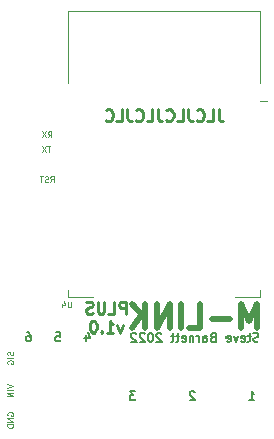
<source format=gbr>
%TF.GenerationSoftware,KiCad,Pcbnew,(6.0.8)*%
%TF.CreationDate,2022-11-21T19:10:27+00:00*%
%TF.ProjectId,m-link-plus,6d2d6c69-6e6b-42d7-906c-75732e6b6963,rev?*%
%TF.SameCoordinates,Original*%
%TF.FileFunction,Legend,Bot*%
%TF.FilePolarity,Positive*%
%FSLAX46Y46*%
G04 Gerber Fmt 4.6, Leading zero omitted, Abs format (unit mm)*
G04 Created by KiCad (PCBNEW (6.0.8)) date 2022-11-21 19:10:27*
%MOMM*%
%LPD*%
G01*
G04 APERTURE LIST*
%ADD10C,0.125000*%
%ADD11C,0.250000*%
%ADD12C,0.187500*%
%ADD13C,0.500000*%
%ADD14C,0.120000*%
G04 APERTURE END LIST*
D10*
X82880952Y-74026190D02*
X82595238Y-74026190D01*
X82738095Y-74526190D02*
X82738095Y-74026190D01*
X82476190Y-74026190D02*
X82142857Y-74526190D01*
X82142857Y-74026190D02*
X82476190Y-74526190D01*
X79250000Y-96869047D02*
X79226190Y-96821428D01*
X79226190Y-96750000D01*
X79250000Y-96678571D01*
X79297619Y-96630952D01*
X79345238Y-96607142D01*
X79440476Y-96583333D01*
X79511904Y-96583333D01*
X79607142Y-96607142D01*
X79654761Y-96630952D01*
X79702380Y-96678571D01*
X79726190Y-96750000D01*
X79726190Y-96797619D01*
X79702380Y-96869047D01*
X79678571Y-96892857D01*
X79511904Y-96892857D01*
X79511904Y-96797619D01*
X79726190Y-97107142D02*
X79226190Y-97107142D01*
X79726190Y-97392857D01*
X79226190Y-97392857D01*
X79726190Y-97630952D02*
X79226190Y-97630952D01*
X79226190Y-97750000D01*
X79250000Y-97821428D01*
X79297619Y-97869047D01*
X79345238Y-97892857D01*
X79440476Y-97916666D01*
X79511904Y-97916666D01*
X79607142Y-97892857D01*
X79654761Y-97869047D01*
X79702380Y-97821428D01*
X79726190Y-97750000D01*
X79726190Y-97630952D01*
D11*
X97119047Y-70952380D02*
X97119047Y-71666666D01*
X97166666Y-71809523D01*
X97261904Y-71904761D01*
X97404761Y-71952380D01*
X97500000Y-71952380D01*
X96166666Y-71952380D02*
X96642857Y-71952380D01*
X96642857Y-70952380D01*
X95261904Y-71857142D02*
X95309523Y-71904761D01*
X95452380Y-71952380D01*
X95547619Y-71952380D01*
X95690476Y-71904761D01*
X95785714Y-71809523D01*
X95833333Y-71714285D01*
X95880952Y-71523809D01*
X95880952Y-71380952D01*
X95833333Y-71190476D01*
X95785714Y-71095238D01*
X95690476Y-71000000D01*
X95547619Y-70952380D01*
X95452380Y-70952380D01*
X95309523Y-71000000D01*
X95261904Y-71047619D01*
X94547619Y-70952380D02*
X94547619Y-71666666D01*
X94595238Y-71809523D01*
X94690476Y-71904761D01*
X94833333Y-71952380D01*
X94928571Y-71952380D01*
X93595238Y-71952380D02*
X94071428Y-71952380D01*
X94071428Y-70952380D01*
X92690476Y-71857142D02*
X92738095Y-71904761D01*
X92880952Y-71952380D01*
X92976190Y-71952380D01*
X93119047Y-71904761D01*
X93214285Y-71809523D01*
X93261904Y-71714285D01*
X93309523Y-71523809D01*
X93309523Y-71380952D01*
X93261904Y-71190476D01*
X93214285Y-71095238D01*
X93119047Y-71000000D01*
X92976190Y-70952380D01*
X92880952Y-70952380D01*
X92738095Y-71000000D01*
X92690476Y-71047619D01*
X91976190Y-70952380D02*
X91976190Y-71666666D01*
X92023809Y-71809523D01*
X92119047Y-71904761D01*
X92261904Y-71952380D01*
X92357142Y-71952380D01*
X91023809Y-71952380D02*
X91500000Y-71952380D01*
X91500000Y-70952380D01*
X90119047Y-71857142D02*
X90166666Y-71904761D01*
X90309523Y-71952380D01*
X90404761Y-71952380D01*
X90547619Y-71904761D01*
X90642857Y-71809523D01*
X90690476Y-71714285D01*
X90738095Y-71523809D01*
X90738095Y-71380952D01*
X90690476Y-71190476D01*
X90642857Y-71095238D01*
X90547619Y-71000000D01*
X90404761Y-70952380D01*
X90309523Y-70952380D01*
X90166666Y-71000000D01*
X90119047Y-71047619D01*
X89404761Y-70952380D02*
X89404761Y-71666666D01*
X89452380Y-71809523D01*
X89547619Y-71904761D01*
X89690476Y-71952380D01*
X89785714Y-71952380D01*
X88452380Y-71952380D02*
X88928571Y-71952380D01*
X88928571Y-70952380D01*
X87547619Y-71857142D02*
X87595238Y-71904761D01*
X87738095Y-71952380D01*
X87833333Y-71952380D01*
X87976190Y-71904761D01*
X88071428Y-71809523D01*
X88119047Y-71714285D01*
X88166666Y-71523809D01*
X88166666Y-71380952D01*
X88119047Y-71190476D01*
X88071428Y-71095238D01*
X87976190Y-71000000D01*
X87833333Y-70952380D01*
X87738095Y-70952380D01*
X87595238Y-71000000D01*
X87547619Y-71047619D01*
D10*
X82683333Y-73326190D02*
X82850000Y-73088095D01*
X82969047Y-73326190D02*
X82969047Y-72826190D01*
X82778571Y-72826190D01*
X82730952Y-72850000D01*
X82707142Y-72873809D01*
X82683333Y-72921428D01*
X82683333Y-72992857D01*
X82707142Y-73040476D01*
X82730952Y-73064285D01*
X82778571Y-73088095D01*
X82969047Y-73088095D01*
X82516666Y-72826190D02*
X82183333Y-73326190D01*
X82183333Y-72826190D02*
X82516666Y-73326190D01*
D12*
X90045000Y-94839285D02*
X89580714Y-94839285D01*
X89830714Y-95125000D01*
X89723571Y-95125000D01*
X89652142Y-95160714D01*
X89616428Y-95196428D01*
X89580714Y-95267857D01*
X89580714Y-95446428D01*
X89616428Y-95517857D01*
X89652142Y-95553571D01*
X89723571Y-95589285D01*
X89937857Y-95589285D01*
X90009285Y-95553571D01*
X90045000Y-95517857D01*
D13*
X100338095Y-89454761D02*
X100338095Y-87454761D01*
X99671428Y-88883333D01*
X99004761Y-87454761D01*
X99004761Y-89454761D01*
X98052380Y-88692857D02*
X96528571Y-88692857D01*
X94623809Y-89454761D02*
X95576190Y-89454761D01*
X95576190Y-87454761D01*
X93957142Y-89454761D02*
X93957142Y-87454761D01*
X93004761Y-89454761D02*
X93004761Y-87454761D01*
X91861904Y-89454761D01*
X91861904Y-87454761D01*
X90909523Y-89454761D02*
X90909523Y-87454761D01*
X89766666Y-89454761D02*
X90623809Y-88311904D01*
X89766666Y-87454761D02*
X90909523Y-88597619D01*
D12*
X80857142Y-89839285D02*
X81000000Y-89839285D01*
X81071428Y-89875000D01*
X81107142Y-89910714D01*
X81178571Y-90017857D01*
X81214285Y-90160714D01*
X81214285Y-90446428D01*
X81178571Y-90517857D01*
X81142857Y-90553571D01*
X81071428Y-90589285D01*
X80928571Y-90589285D01*
X80857142Y-90553571D01*
X80821428Y-90517857D01*
X80785714Y-90446428D01*
X80785714Y-90267857D01*
X80821428Y-90196428D01*
X80857142Y-90160714D01*
X80928571Y-90125000D01*
X81071428Y-90125000D01*
X81142857Y-90160714D01*
X81178571Y-90196428D01*
X81214285Y-90267857D01*
X95089285Y-94910714D02*
X95053571Y-94875000D01*
X94982142Y-94839285D01*
X94803571Y-94839285D01*
X94732142Y-94875000D01*
X94696428Y-94910714D01*
X94660714Y-94982142D01*
X94660714Y-95053571D01*
X94696428Y-95160714D01*
X95125000Y-95589285D01*
X94660714Y-95589285D01*
X99715714Y-95589285D02*
X100144285Y-95589285D01*
X99930000Y-95589285D02*
X99930000Y-94839285D01*
X100001428Y-94946428D01*
X100072857Y-95017857D01*
X100144285Y-95053571D01*
D11*
X89266666Y-88247380D02*
X89266666Y-87247380D01*
X88885714Y-87247380D01*
X88790476Y-87295000D01*
X88742857Y-87342619D01*
X88695238Y-87437857D01*
X88695238Y-87580714D01*
X88742857Y-87675952D01*
X88790476Y-87723571D01*
X88885714Y-87771190D01*
X89266666Y-87771190D01*
X87790476Y-88247380D02*
X88266666Y-88247380D01*
X88266666Y-87247380D01*
X87457142Y-87247380D02*
X87457142Y-88056904D01*
X87409523Y-88152142D01*
X87361904Y-88199761D01*
X87266666Y-88247380D01*
X87076190Y-88247380D01*
X86980952Y-88199761D01*
X86933333Y-88152142D01*
X86885714Y-88056904D01*
X86885714Y-87247380D01*
X86457142Y-88199761D02*
X86314285Y-88247380D01*
X86076190Y-88247380D01*
X85980952Y-88199761D01*
X85933333Y-88152142D01*
X85885714Y-88056904D01*
X85885714Y-87961666D01*
X85933333Y-87866428D01*
X85980952Y-87818809D01*
X86076190Y-87771190D01*
X86266666Y-87723571D01*
X86361904Y-87675952D01*
X86409523Y-87628333D01*
X86457142Y-87533095D01*
X86457142Y-87437857D01*
X86409523Y-87342619D01*
X86361904Y-87295000D01*
X86266666Y-87247380D01*
X86028571Y-87247380D01*
X85885714Y-87295000D01*
X89028571Y-89190714D02*
X88790476Y-89857380D01*
X88552380Y-89190714D01*
X87647619Y-89857380D02*
X88219047Y-89857380D01*
X87933333Y-89857380D02*
X87933333Y-88857380D01*
X88028571Y-89000238D01*
X88123809Y-89095476D01*
X88219047Y-89143095D01*
X87219047Y-89762142D02*
X87171428Y-89809761D01*
X87219047Y-89857380D01*
X87266666Y-89809761D01*
X87219047Y-89762142D01*
X87219047Y-89857380D01*
X86552380Y-88857380D02*
X86457142Y-88857380D01*
X86361904Y-88905000D01*
X86314285Y-88952619D01*
X86266666Y-89047857D01*
X86219047Y-89238333D01*
X86219047Y-89476428D01*
X86266666Y-89666904D01*
X86314285Y-89762142D01*
X86361904Y-89809761D01*
X86457142Y-89857380D01*
X86552380Y-89857380D01*
X86647619Y-89809761D01*
X86695238Y-89762142D01*
X86742857Y-89666904D01*
X86790476Y-89476428D01*
X86790476Y-89238333D01*
X86742857Y-89047857D01*
X86695238Y-88952619D01*
X86647619Y-88905000D01*
X86552380Y-88857380D01*
D12*
X100492857Y-90603571D02*
X100385714Y-90639285D01*
X100207142Y-90639285D01*
X100135714Y-90603571D01*
X100100000Y-90567857D01*
X100064285Y-90496428D01*
X100064285Y-90425000D01*
X100100000Y-90353571D01*
X100135714Y-90317857D01*
X100207142Y-90282142D01*
X100350000Y-90246428D01*
X100421428Y-90210714D01*
X100457142Y-90175000D01*
X100492857Y-90103571D01*
X100492857Y-90032142D01*
X100457142Y-89960714D01*
X100421428Y-89925000D01*
X100350000Y-89889285D01*
X100171428Y-89889285D01*
X100064285Y-89925000D01*
X99850000Y-90139285D02*
X99564285Y-90139285D01*
X99742857Y-89889285D02*
X99742857Y-90532142D01*
X99707142Y-90603571D01*
X99635714Y-90639285D01*
X99564285Y-90639285D01*
X99028571Y-90603571D02*
X99100000Y-90639285D01*
X99242857Y-90639285D01*
X99314285Y-90603571D01*
X99350000Y-90532142D01*
X99350000Y-90246428D01*
X99314285Y-90175000D01*
X99242857Y-90139285D01*
X99100000Y-90139285D01*
X99028571Y-90175000D01*
X98992857Y-90246428D01*
X98992857Y-90317857D01*
X99350000Y-90389285D01*
X98742857Y-90139285D02*
X98564285Y-90639285D01*
X98385714Y-90139285D01*
X97814285Y-90603571D02*
X97885714Y-90639285D01*
X98028571Y-90639285D01*
X98100000Y-90603571D01*
X98135714Y-90532142D01*
X98135714Y-90246428D01*
X98100000Y-90175000D01*
X98028571Y-90139285D01*
X97885714Y-90139285D01*
X97814285Y-90175000D01*
X97778571Y-90246428D01*
X97778571Y-90317857D01*
X98135714Y-90389285D01*
X96635714Y-90246428D02*
X96528571Y-90282142D01*
X96492857Y-90317857D01*
X96457142Y-90389285D01*
X96457142Y-90496428D01*
X96492857Y-90567857D01*
X96528571Y-90603571D01*
X96600000Y-90639285D01*
X96885714Y-90639285D01*
X96885714Y-89889285D01*
X96635714Y-89889285D01*
X96564285Y-89925000D01*
X96528571Y-89960714D01*
X96492857Y-90032142D01*
X96492857Y-90103571D01*
X96528571Y-90175000D01*
X96564285Y-90210714D01*
X96635714Y-90246428D01*
X96885714Y-90246428D01*
X95814285Y-90639285D02*
X95814285Y-90246428D01*
X95850000Y-90175000D01*
X95921428Y-90139285D01*
X96064285Y-90139285D01*
X96135714Y-90175000D01*
X95814285Y-90603571D02*
X95885714Y-90639285D01*
X96064285Y-90639285D01*
X96135714Y-90603571D01*
X96171428Y-90532142D01*
X96171428Y-90460714D01*
X96135714Y-90389285D01*
X96064285Y-90353571D01*
X95885714Y-90353571D01*
X95814285Y-90317857D01*
X95457142Y-90639285D02*
X95457142Y-90139285D01*
X95457142Y-90282142D02*
X95421428Y-90210714D01*
X95385714Y-90175000D01*
X95314285Y-90139285D01*
X95242857Y-90139285D01*
X94992857Y-90139285D02*
X94992857Y-90639285D01*
X94992857Y-90210714D02*
X94957142Y-90175000D01*
X94885714Y-90139285D01*
X94778571Y-90139285D01*
X94707142Y-90175000D01*
X94671428Y-90246428D01*
X94671428Y-90639285D01*
X94028571Y-90603571D02*
X94100000Y-90639285D01*
X94242857Y-90639285D01*
X94314285Y-90603571D01*
X94350000Y-90532142D01*
X94350000Y-90246428D01*
X94314285Y-90175000D01*
X94242857Y-90139285D01*
X94100000Y-90139285D01*
X94028571Y-90175000D01*
X93992857Y-90246428D01*
X93992857Y-90317857D01*
X94350000Y-90389285D01*
X93778571Y-90139285D02*
X93492857Y-90139285D01*
X93671428Y-89889285D02*
X93671428Y-90532142D01*
X93635714Y-90603571D01*
X93564285Y-90639285D01*
X93492857Y-90639285D01*
X93350000Y-90139285D02*
X93064285Y-90139285D01*
X93242857Y-89889285D02*
X93242857Y-90532142D01*
X93207142Y-90603571D01*
X93135714Y-90639285D01*
X93064285Y-90639285D01*
X92278571Y-89960714D02*
X92242857Y-89925000D01*
X92171428Y-89889285D01*
X91992857Y-89889285D01*
X91921428Y-89925000D01*
X91885714Y-89960714D01*
X91850000Y-90032142D01*
X91850000Y-90103571D01*
X91885714Y-90210714D01*
X92314285Y-90639285D01*
X91850000Y-90639285D01*
X91385714Y-89889285D02*
X91314285Y-89889285D01*
X91242857Y-89925000D01*
X91207142Y-89960714D01*
X91171428Y-90032142D01*
X91135714Y-90175000D01*
X91135714Y-90353571D01*
X91171428Y-90496428D01*
X91207142Y-90567857D01*
X91242857Y-90603571D01*
X91314285Y-90639285D01*
X91385714Y-90639285D01*
X91457142Y-90603571D01*
X91492857Y-90567857D01*
X91528571Y-90496428D01*
X91564285Y-90353571D01*
X91564285Y-90175000D01*
X91528571Y-90032142D01*
X91492857Y-89960714D01*
X91457142Y-89925000D01*
X91385714Y-89889285D01*
X90850000Y-89960714D02*
X90814285Y-89925000D01*
X90742857Y-89889285D01*
X90564285Y-89889285D01*
X90492857Y-89925000D01*
X90457142Y-89960714D01*
X90421428Y-90032142D01*
X90421428Y-90103571D01*
X90457142Y-90210714D01*
X90885714Y-90639285D01*
X90421428Y-90639285D01*
X90135714Y-89960714D02*
X90100000Y-89925000D01*
X90028571Y-89889285D01*
X89850000Y-89889285D01*
X89778571Y-89925000D01*
X89742857Y-89960714D01*
X89707142Y-90032142D01*
X89707142Y-90103571D01*
X89742857Y-90210714D01*
X90171428Y-90639285D01*
X89707142Y-90639285D01*
X85857142Y-90089285D02*
X85857142Y-90589285D01*
X86035714Y-89803571D02*
X86214285Y-90339285D01*
X85750000Y-90339285D01*
D10*
X79226190Y-94202380D02*
X79726190Y-94369047D01*
X79226190Y-94535714D01*
X79726190Y-94702380D02*
X79226190Y-94702380D01*
X79726190Y-94940476D02*
X79226190Y-94940476D01*
X79726190Y-95226190D01*
X79226190Y-95226190D01*
X79702380Y-91488095D02*
X79726190Y-91559523D01*
X79726190Y-91678571D01*
X79702380Y-91726190D01*
X79678571Y-91750000D01*
X79630952Y-91773809D01*
X79583333Y-91773809D01*
X79535714Y-91750000D01*
X79511904Y-91726190D01*
X79488095Y-91678571D01*
X79464285Y-91583333D01*
X79440476Y-91535714D01*
X79416666Y-91511904D01*
X79369047Y-91488095D01*
X79321428Y-91488095D01*
X79273809Y-91511904D01*
X79250000Y-91535714D01*
X79226190Y-91583333D01*
X79226190Y-91702380D01*
X79250000Y-91773809D01*
X79726190Y-91988095D02*
X79226190Y-91988095D01*
X79250000Y-92488095D02*
X79226190Y-92440476D01*
X79226190Y-92369047D01*
X79250000Y-92297619D01*
X79297619Y-92250000D01*
X79345238Y-92226190D01*
X79440476Y-92202380D01*
X79511904Y-92202380D01*
X79607142Y-92226190D01*
X79654761Y-92250000D01*
X79702380Y-92297619D01*
X79726190Y-92369047D01*
X79726190Y-92416666D01*
X79702380Y-92488095D01*
X79678571Y-92511904D01*
X79511904Y-92511904D01*
X79511904Y-92416666D01*
X82873809Y-77126190D02*
X83040476Y-76888095D01*
X83159523Y-77126190D02*
X83159523Y-76626190D01*
X82969047Y-76626190D01*
X82921428Y-76650000D01*
X82897619Y-76673809D01*
X82873809Y-76721428D01*
X82873809Y-76792857D01*
X82897619Y-76840476D01*
X82921428Y-76864285D01*
X82969047Y-76888095D01*
X83159523Y-76888095D01*
X82683333Y-77102380D02*
X82611904Y-77126190D01*
X82492857Y-77126190D01*
X82445238Y-77102380D01*
X82421428Y-77078571D01*
X82397619Y-77030952D01*
X82397619Y-76983333D01*
X82421428Y-76935714D01*
X82445238Y-76911904D01*
X82492857Y-76888095D01*
X82588095Y-76864285D01*
X82635714Y-76840476D01*
X82659523Y-76816666D01*
X82683333Y-76769047D01*
X82683333Y-76721428D01*
X82659523Y-76673809D01*
X82635714Y-76650000D01*
X82588095Y-76626190D01*
X82469047Y-76626190D01*
X82397619Y-76650000D01*
X82254761Y-76626190D02*
X81969047Y-76626190D01*
X82111904Y-77126190D02*
X82111904Y-76626190D01*
D12*
X83321428Y-89839285D02*
X83678571Y-89839285D01*
X83714285Y-90196428D01*
X83678571Y-90160714D01*
X83607142Y-90125000D01*
X83428571Y-90125000D01*
X83357142Y-90160714D01*
X83321428Y-90196428D01*
X83285714Y-90267857D01*
X83285714Y-90446428D01*
X83321428Y-90517857D01*
X83357142Y-90553571D01*
X83428571Y-90589285D01*
X83607142Y-90589285D01*
X83678571Y-90553571D01*
X83714285Y-90517857D01*
D10*
%TO.C,U4*%
X84630952Y-87226190D02*
X84630952Y-87630952D01*
X84607142Y-87678571D01*
X84583333Y-87702380D01*
X84535714Y-87726190D01*
X84440476Y-87726190D01*
X84392857Y-87702380D01*
X84369047Y-87678571D01*
X84345238Y-87630952D01*
X84345238Y-87226190D01*
X83892857Y-87392857D02*
X83892857Y-87726190D01*
X84011904Y-87202380D02*
X84130952Y-87559523D01*
X83821428Y-87559523D01*
D14*
X100620000Y-70250000D02*
X101230000Y-70250000D01*
X84380000Y-86870000D02*
X86500000Y-86870000D01*
X84380000Y-86250000D02*
X84380000Y-86870000D01*
X100620000Y-62630000D02*
X84380000Y-62630000D01*
X84380000Y-62630000D02*
X84380000Y-68750000D01*
X100620000Y-86870000D02*
X100620000Y-86250000D01*
X100620000Y-68750000D02*
X100620000Y-62630000D01*
X98500000Y-86870000D02*
X100620000Y-86870000D01*
%TD*%
M02*

</source>
